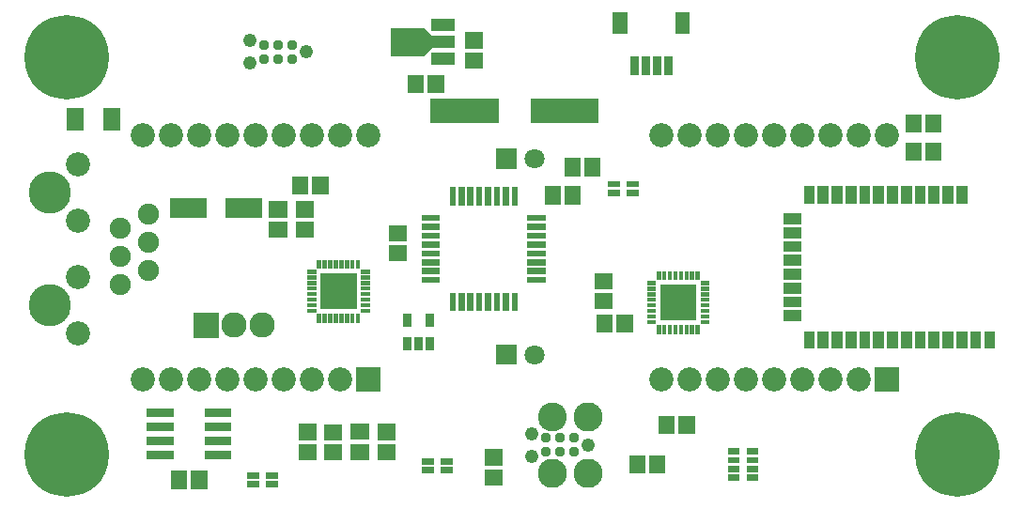
<source format=gbr>
G04 start of page 7 for group -4063 idx -4063 *
G04 Title: (unknown), componentmask *
G04 Creator: pcb 20140316 *
G04 CreationDate: Wed 29 Apr 2020 12:19:48 AM GMT UTC *
G04 For: railfan *
G04 Format: Gerber/RS-274X *
G04 PCB-Dimensions (mil): 3500.00 1750.00 *
G04 PCB-Coordinate-Origin: lower left *
%MOIN*%
%FSLAX25Y25*%
%LNTOPMASK*%
%ADD105R,0.0217X0.0217*%
%ADD104R,0.0690X0.0690*%
%ADD103R,0.0610X0.0610*%
%ADD102R,0.1005X0.1005*%
%ADD101R,0.0438X0.0438*%
%ADD100C,0.0370*%
%ADD99R,0.0300X0.0300*%
%ADD98R,0.0151X0.0151*%
%ADD97R,0.0532X0.0532*%
%ADD96R,0.0847X0.0847*%
%ADD95R,0.0296X0.0296*%
%ADD94R,0.0227X0.0227*%
%ADD93R,0.0572X0.0572*%
%ADD92R,0.0390X0.0390*%
%ADD91C,0.1500*%
%ADD90C,0.0750*%
%ADD89C,0.0490*%
%ADD88C,0.1025*%
%ADD87C,0.1035*%
%ADD86C,0.0710*%
%ADD85C,0.0900*%
%ADD84C,0.0001*%
%ADD83C,0.0860*%
%ADD82C,0.2997*%
G54D82*X17000Y17000D03*
G54D83*X21000Y60000D03*
G54D84*G36*
X119700Y48000D02*Y39400D01*
X128300D01*
Y48000D01*
X119700D01*
G37*
G54D83*X114000Y43700D03*
X104000D03*
X94000D03*
X84000D03*
X74000D03*
X64000D03*
X54000D03*
X44000D03*
G54D85*X86500Y63000D03*
X76500D03*
G54D84*G36*
X62000Y67500D02*Y58500D01*
X71000D01*
Y67500D01*
X62000D01*
G37*
G54D82*X333000Y17000D03*
G54D84*G36*
X303700Y48000D02*Y39400D01*
X312300D01*
Y48000D01*
X303700D01*
G37*
G54D83*X298000Y43700D03*
X288000D03*
X278000D03*
X268000D03*
G54D84*G36*
X169450Y56050D02*Y48950D01*
X176550D01*
Y56050D01*
X169450D01*
G37*
G54D86*X183000Y52500D03*
G54D87*X202000Y10500D03*
X189500D03*
G54D88*Y30500D03*
G54D87*X202000D03*
G54D89*Y20500D03*
X182000Y16500D03*
Y24500D03*
G54D83*X258000Y43700D03*
X248000D03*
X238000D03*
X228000D03*
G54D84*G36*
X169450Y125550D02*Y118450D01*
X176550D01*
Y125550D01*
X169450D01*
G37*
G54D86*X183000Y122000D03*
G54D82*X333000Y158000D03*
G54D83*X308000Y130300D03*
X298000D03*
X288000D03*
X278000D03*
X268000D03*
X258000D03*
X248000D03*
X238000D03*
X228000D03*
G54D89*X102000Y160000D03*
G54D83*X124000Y130300D03*
X114000D03*
X104000D03*
X94000D03*
G54D89*X82000Y156000D03*
G54D83*X84000Y130300D03*
X74000D03*
G54D89*X82000Y164000D03*
G54D83*X64000Y130300D03*
X54000D03*
X44000D03*
G54D90*X46000Y102500D03*
X36000Y97500D03*
X46000Y92500D03*
Y82500D03*
X36000Y87500D03*
Y77500D03*
G54D82*X17000Y158000D03*
G54D83*X21000Y80000D03*
Y120000D03*
Y100000D03*
G54D91*X11000Y110000D03*
Y70000D03*
G54D92*X334646Y110500D02*Y108098D01*
X329724Y110500D02*Y108098D01*
X324803Y110500D02*Y108098D01*
X319882Y110500D02*Y108098D01*
X314961Y110500D02*Y108098D01*
X310039Y110500D02*Y108098D01*
X305118Y110500D02*Y108098D01*
G54D93*X324543Y124893D02*Y124107D01*
X317457Y124893D02*Y124107D01*
X324543Y134893D02*Y134107D01*
X317457Y134893D02*Y134107D01*
G54D92*X300197Y110500D02*Y108098D01*
X295276Y110500D02*Y108098D01*
X290354Y110500D02*Y108098D01*
X285433Y110500D02*Y108098D01*
X280512Y110500D02*Y108098D01*
X273252Y100724D02*X275650D01*
X273252Y95803D02*X275650D01*
X273252Y90882D02*X275650D01*
X273252Y85961D02*X275650D01*
X273252Y81039D02*X275650D01*
X273252Y76118D02*X275650D01*
X273252Y71197D02*X275650D01*
X273252Y66276D02*X275650D01*
X280512Y58902D02*Y56500D01*
X285433Y58902D02*Y56500D01*
X290354Y58902D02*Y56500D01*
X295276Y58902D02*Y56500D01*
X300197Y58902D02*Y56500D01*
X305118Y58902D02*Y56500D01*
X310039Y58902D02*Y56500D01*
X314961Y58902D02*Y56500D01*
X319882Y58902D02*Y56500D01*
X324803Y58902D02*Y56500D01*
X329724Y58902D02*Y56500D01*
X334646Y58902D02*Y56500D01*
X339567Y58902D02*Y56500D01*
X344488Y58902D02*Y56500D01*
G54D93*X189457Y109393D02*Y108607D01*
X196543Y109393D02*Y108607D01*
X203543Y119393D02*Y118607D01*
X196457Y119393D02*Y118607D01*
G54D94*X216913Y109925D02*X218783D01*
X210217D02*X212087D01*
X216913Y113075D02*X218783D01*
X210217D02*X212087D01*
G54D95*X230406Y156870D02*Y153130D01*
X226469Y156870D02*Y153130D01*
X222531Y156870D02*Y153130D01*
X218594Y156870D02*Y153130D01*
G54D96*X185843Y139000D02*X201591D01*
G54D93*X207107Y78543D02*X207893D01*
X207107Y71457D02*X207893D01*
X207957Y63893D02*Y63107D01*
X215043Y63893D02*Y63107D01*
G54D97*X213476Y171437D02*Y169075D01*
G54D98*X242720Y66079D02*X244374D01*
X242720Y68047D02*X244374D01*
X242720Y70016D02*X244374D01*
X242720Y71984D02*X244374D01*
X242720Y73953D02*X244374D01*
X242720Y75921D02*X244374D01*
X242720Y77890D02*X244374D01*
X240890Y81374D02*Y79720D01*
G54D97*X235524Y171437D02*Y169075D01*
G54D93*X56957Y8393D02*Y7607D01*
X64043Y8393D02*Y7607D01*
G54D99*X67500Y17000D02*X74000D01*
X67500Y22000D02*X74000D01*
X67500Y27000D02*X74000D01*
X67500Y32000D02*X74000D01*
X47000D02*X53500D01*
X47000Y27000D02*X53500D01*
X47000Y22000D02*X53500D01*
X47000Y17000D02*X53500D01*
G54D94*X88913Y6425D02*X90783D01*
X88913Y9575D02*X90783D01*
X82217D02*X84087D01*
X82217Y6425D02*X84087D01*
G54D93*X130107Y25043D02*X130893D01*
X130107Y17957D02*X130893D01*
X111107Y25000D02*X111893D01*
X111107Y17914D02*X111893D01*
X102107Y25043D02*X102893D01*
X102107Y17957D02*X102893D01*
X120607Y25086D02*X121393D01*
X120607Y18000D02*X121393D01*
G54D98*X106610Y66280D02*Y64626D01*
X108579Y66280D02*Y64626D01*
X110547Y66280D02*Y64626D01*
X112516Y66280D02*Y64626D01*
X114484Y66280D02*Y64626D01*
X116453Y66280D02*Y64626D01*
X118421Y66280D02*Y64626D01*
X120390Y66280D02*Y64626D01*
X122220Y68110D02*X123874D01*
X103126D02*X104780D01*
G54D99*X138000Y57300D02*Y55700D01*
X141900Y57300D02*Y55700D01*
X145800Y57300D02*Y55700D01*
G54D98*X122220Y70079D02*X123874D01*
X122220Y72047D02*X123874D01*
X122220Y74016D02*X123874D01*
X122220Y75984D02*X123874D01*
X122220Y77953D02*X123874D01*
X122220Y79921D02*X123874D01*
X122220Y81890D02*X123874D01*
X120390Y85374D02*Y83720D01*
X118421Y85374D02*Y83720D01*
X116453Y85374D02*Y83720D01*
X114484Y85374D02*Y83720D01*
X112516Y85374D02*Y83720D01*
G54D84*G36*
X109263Y79237D02*Y70763D01*
X117737D01*
Y79237D01*
X109263D01*
G37*
G36*
X107097Y81402D02*Y68598D01*
X119903D01*
Y81402D01*
X107097D01*
G37*
G54D98*X110547Y85374D02*Y83720D01*
X108579Y85374D02*Y83720D01*
X106610Y85374D02*Y83720D01*
X103126Y81890D02*X104780D01*
X103126Y79921D02*X104780D01*
X103126Y77953D02*X104780D01*
X103126Y75984D02*X104780D01*
X103126Y74016D02*X104780D01*
X103126Y72047D02*X104780D01*
X103126Y70079D02*X104780D01*
G54D100*X97000Y162500D03*
Y157500D03*
X92000Y162500D03*
Y157500D03*
X87000Y162500D03*
Y157500D03*
G54D93*X161107Y164043D02*X161893D01*
G54D101*X140674Y163500D02*X152484D01*
G54D102*X137050D02*X138940D01*
G54D84*G36*
X141821Y160195D02*X145085Y163459D01*
X146929Y161615D01*
X143665Y158351D01*
X141821Y160195D01*
G37*
G36*
X143665Y168649D02*X146929Y165385D01*
X145085Y163541D01*
X141821Y166805D01*
X143665Y168649D01*
G37*
G54D103*X33000Y137000D02*Y135000D01*
G54D96*X150409Y139000D02*X166157D01*
G54D93*X140957Y148893D02*Y148107D01*
X148043Y148893D02*Y148107D01*
G54D101*X148390Y157594D02*X152484D01*
G54D93*X161107Y156957D02*X161893D01*
G54D101*X148390Y169406D02*X152484D01*
G54D103*X20000Y137000D02*Y135000D01*
G54D104*X57008Y104500D02*X63307D01*
X76693D02*X82992D01*
G54D93*X91607Y96957D02*X92393D01*
X91607Y104043D02*X92393D01*
X99957Y112893D02*Y112107D01*
X107043Y112893D02*Y112107D01*
X101107Y96957D02*X101893D01*
X101107Y104043D02*X101893D01*
G54D105*X166575Y110992D02*Y106566D01*
X163425Y110992D02*Y106566D01*
X160275Y110992D02*Y106566D01*
X157126Y110992D02*Y106566D01*
X153976Y110992D02*Y106566D01*
X144008Y101023D02*X148434D01*
X144008Y97874D02*X148434D01*
X144008Y94724D02*X148434D01*
G54D93*X134107Y95543D02*X134893D01*
G54D105*X144008Y91575D02*X148434D01*
G54D93*X134107Y88457D02*X134893D01*
G54D105*X144008Y88425D02*X148434D01*
X144008Y85275D02*X148434D01*
X144008Y82126D02*X148434D01*
X144008Y78976D02*X148434D01*
G54D99*X145800Y65500D02*Y63900D01*
X138000Y65500D02*Y63900D01*
G54D105*X153977Y73434D02*Y69008D01*
X157126Y73434D02*Y69008D01*
X160276Y73434D02*Y69008D01*
X163425Y73434D02*Y69008D01*
X166575Y73434D02*Y69008D01*
G54D93*X226543Y13893D02*Y13107D01*
X219457Y13893D02*Y13107D01*
G54D94*X252717Y18224D02*X254587D01*
X259413D02*X261283D01*
X252717Y15075D02*X254587D01*
X259413D02*X261283D01*
X252717Y11925D02*X254587D01*
X252717Y8776D02*X254587D01*
X259413D02*X261283D01*
X259413Y11925D02*X261283D01*
G54D93*X229957Y27893D02*Y27107D01*
X237043Y27893D02*Y27107D01*
G54D100*X197000Y23000D03*
Y18000D03*
X192000Y23000D03*
Y18000D03*
X187000Y23000D03*
Y18000D03*
G54D93*X168107Y16043D02*X168893D01*
X168107Y8957D02*X168893D01*
G54D94*X144217Y14575D02*X146087D01*
X144217Y11425D02*X146087D01*
X150913D02*X152783D01*
X150913Y14575D02*X152783D01*
G54D98*X227110Y62280D02*Y60626D01*
X229079Y62280D02*Y60626D01*
X231047Y62280D02*Y60626D01*
X233016Y62280D02*Y60626D01*
X234984Y62280D02*Y60626D01*
X236953Y62280D02*Y60626D01*
X238921Y62280D02*Y60626D01*
X240890Y62280D02*Y60626D01*
X242720Y64110D02*X244374D01*
X223626D02*X225280D01*
X238921Y81374D02*Y79720D01*
X236953Y81374D02*Y79720D01*
X234984Y81374D02*Y79720D01*
X233016Y81374D02*Y79720D01*
G54D84*G36*
X229763Y75237D02*Y66763D01*
X238237D01*
Y75237D01*
X229763D01*
G37*
G36*
X227598Y77402D02*Y64598D01*
X240402D01*
Y77402D01*
X227598D01*
G37*
G54D98*X231047Y81374D02*Y79720D01*
X229079Y81374D02*Y79720D01*
X227110Y81374D02*Y79720D01*
X223626Y77890D02*X225280D01*
X223626Y75921D02*X225280D01*
X223626Y73953D02*X225280D01*
X223626Y71984D02*X225280D01*
X223626Y70016D02*X225280D01*
X223626Y68047D02*X225280D01*
X223626Y66079D02*X225280D01*
G54D105*X181566Y78977D02*X185992D01*
X181566Y82126D02*X185992D01*
X181566Y85276D02*X185992D01*
X181566Y88425D02*X185992D01*
X169725Y73434D02*Y69008D01*
X172874Y73434D02*Y69008D01*
X176024Y73434D02*Y69008D01*
X181566Y91575D02*X185992D01*
X181566Y94725D02*X185992D01*
X181566Y97874D02*X185992D01*
X181566Y101024D02*X185992D01*
X176023Y110992D02*Y106566D01*
X172874Y110992D02*Y106566D01*
X169724Y110992D02*Y106566D01*
M02*

</source>
